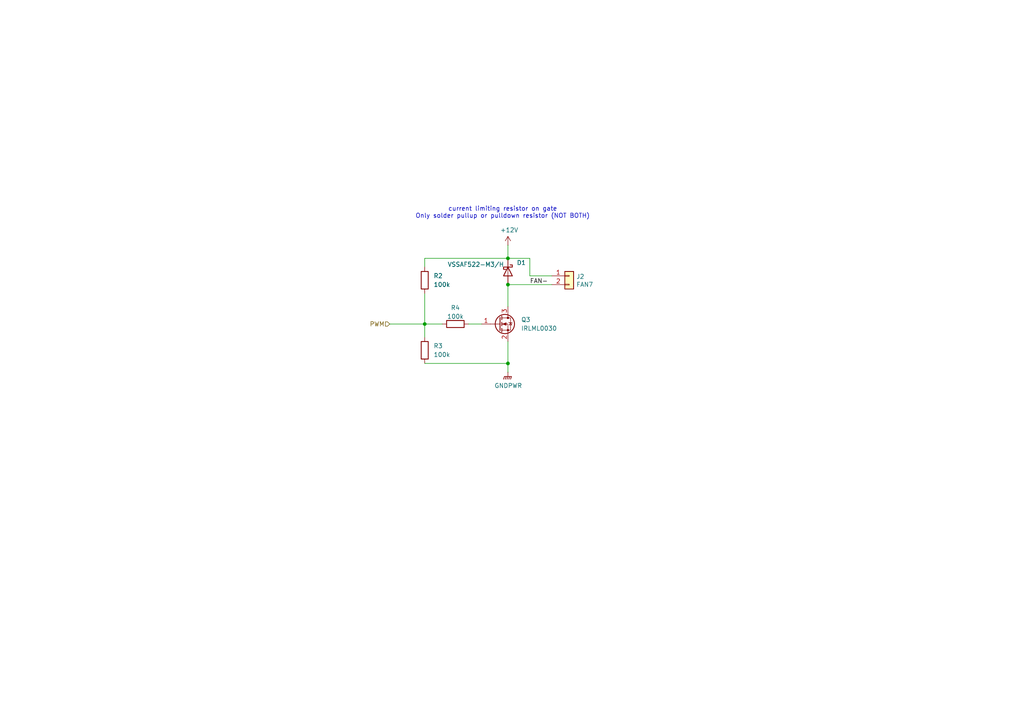
<source format=kicad_sch>
(kicad_sch (version 20231120) (generator "eeschema") (generator_version "8.0")
  (paper "A4")
  (lib_symbols
    (symbol "Connector_Generic:Conn_01x02" (pin_names (offset 1.016) hide)
      (property "Reference" "J" (at 0 2.54 0))
      (property "Value" "Conn_01x02" (at 0 -5.08 0))
      (symbol "Conn_01x02_1_1"
        (rectangle (start -1.27 -2.413) (end 0 -2.667) (stroke (width 0.1524)))
        (rectangle (start -1.27 0.127) (end 0 -0.127) (stroke (width 0.1524)))
        (rectangle (start -1.27 1.27) (end 1.27 -3.81) (stroke (width 0.254)) (fill (type background)))
        (pin passive line (at -5.08 0 0) (length 3.81) (name "Pin_1") (number "1"))
        (pin passive line (at -5.08 -2.54 0) (length 3.81) (name "Pin_2") (number "2"))
      )
    )
    (symbol "Device:R" (pin_numbers hide) (pin_names (offset 0))
      (property "Reference" "R" (at 2.032 0 90))
      (property "Value" "R" (at 0 0 90))
      (symbol "R_0_1"
        (rectangle (start -1.016 -2.54) (end 1.016 2.54) (stroke (width 0.254)))
      )
      (symbol "R_1_1"
        (pin passive line (at 0 3.81 270) (length 1.27) (name "~") (number "1"))
        (pin passive line (at 0 -3.81 90) (length 1.27) (name "~") (number "2"))
      )
    )
    (symbol "Diode:C3D25170H" (pin_numbers hide) (pin_names (offset 1.016) hide)
      (property "Reference" "D" (at 0 2.54 0))
      (property "Value" "C3D25170H" (at 0 -2.54 0))
      (symbol "C3D25170H_0_1"
        (polyline (pts (xy 1.27 0) (xy -1.27 0)))
        (polyline (pts (xy 1.27 1.27) (xy 1.27 -1.27) (xy -1.27 0) (xy 1.27 1.27)) (stroke (width 0.254)))
        (polyline (pts (xy -1.905 0.635) (xy -1.905 1.27) (xy -1.27 1.27) (xy -1.27 -1.27) (xy -0.635 -1.27) (xy -0.635 -0.635)) (stroke (width 0.254)))
      )
      (symbol "C3D25170H_1_1"
        (pin passive line (at -3.81 0 0) (length 2.54) (name "K") (number "1"))
        (pin passive line (at 3.81 0 180) (length 2.54) (name "A") (number "2"))
      )
    )
    (symbol "Transistor_FET:IRLML0030" (pin_names hide)
      (property "Reference" "Q" (at 5.08 1.905 0))
      (property "Value" "IRLML0030" (at 5.08 0 0))
      (symbol "IRLML0030_0_1"
        (polyline (pts (xy 0.254 0) (xy -2.54 0)))
        (polyline (pts (xy 0.254 1.905) (xy 0.254 -1.905)) (stroke (width 0.254)))
        (polyline (pts (xy 0.762 -1.27) (xy 0.762 -2.286)) (stroke (width 0.254)))
        (polyline (pts (xy 0.762 0.508) (xy 0.762 -0.508)) (stroke (width 0.254)))
        (polyline (pts (xy 0.762 2.286) (xy 0.762 1.27)) (stroke (width 0.254)))
        (polyline (pts (xy 2.54 2.54) (xy 2.54 1.778)))
        (polyline (pts (xy 2.54 -2.54) (xy 2.54 0) (xy 0.762 0)))
        (polyline (pts (xy 0.762 -1.778) (xy 3.302 -1.778) (xy 3.302 1.778) (xy 0.762 1.778)))
        (polyline (pts (xy 1.016 0) (xy 2.032 0.381) (xy 2.032 -0.381) (xy 1.016 0)) (fill (type outline)))
        (polyline (pts (xy 2.794 0.508) (xy 2.921 0.381) (xy 3.683 0.381) (xy 3.81 0.254)))
        (polyline (pts (xy 3.302 0.381) (xy 2.921 -0.254) (xy 3.683 -0.254) (xy 3.302 0.381)))
        (circle (center 1.651 0) (radius 2.794) (stroke (width 0.254)))
        (circle (center 2.54 -1.778) (radius 0.254) (fill (type outline)))
        (circle (center 2.54 1.778) (radius 0.254) (fill (type outline)))
      )
      (symbol "IRLML0030_1_1"
        (pin input line (at -5.08 0 0) (length 2.54) (name "G") (number "1"))
        (pin passive line (at 2.54 -5.08 90) (length 2.54) (name "S") (number "2"))
        (pin passive line (at 2.54 5.08 270) (length 2.54) (name "D") (number "3"))
      )
    )
    (symbol "power:+12V" (power) (pin_numbers hide) (pin_names (offset 0) hide)
      (property "Value" "+12V" (at 0 3.556 0))
      (symbol "+12V_0_1"
        (polyline (pts (xy -0.762 1.27) (xy 0 2.54)))
        (polyline (pts (xy 0 0) (xy 0 2.54)))
        (polyline (pts (xy 0 2.54) (xy 0.762 1.27)))
      )
      (symbol "+12V_1_1"
        (pin power_in line (at 0 0 90) (length 0) (name "~") (number "1"))
      )
    )
    (symbol "power:GNDPWR" (power) (pin_numbers hide) (pin_names (offset 0) hide)
      (property "Value" "GNDPWR" (at 0 -3.302 0))
      (symbol "GNDPWR_0_1"
        (polyline (pts (xy 0 -1.27) (xy 0 0)))
        (polyline (pts (xy -1.016 -1.27) (xy -1.27 -2.032) (xy -1.27 -2.032)) (stroke (width 0.2032)))
        (polyline (pts (xy -0.508 -1.27) (xy -0.762 -2.032) (xy -0.762 -2.032)) (stroke (width 0.2032)))
        (polyline (pts (xy 0 -1.27) (xy -0.254 -2.032) (xy -0.254 -2.032)) (stroke (width 0.2032)))
        (polyline (pts (xy 0.508 -1.27) (xy 0.254 -2.032) (xy 0.254 -2.032)) (stroke (width 0.2032)))
        (polyline (pts (xy 1.016 -1.27) (xy -1.016 -1.27) (xy -1.016 -1.27)) (stroke (width 0.2032)))
        (polyline (pts (xy 1.016 -1.27) (xy 0.762 -2.032) (xy 0.762 -2.032) (xy 0.762 -2.032)) (stroke (width 0.2032)))
      )
      (symbol "GNDPWR_1_1"
        (pin power_in line (at 0 0 270) (length 0) (name "~") (number "1"))
      )
    )
  )
  (junction (at 123.19 93.98))
  (junction (at 147.32 74.93))
  (junction (at 147.32 82.55))
  (junction (at 147.32 105.41))
  (wire (pts (xy 135.89 93.98) (xy 139.7 93.98)))
  (wire (pts (xy 147.32 82.55) (xy 160.02 82.55)))
  (wire (pts (xy 147.32 82.55) (xy 147.32 88.9)))
  (wire (pts (xy 123.19 105.41) (xy 147.32 105.41)))
  (wire (pts (xy 123.19 97.79) (xy 123.19 93.98)))
  (wire (pts (xy 153.67 74.93) (xy 147.32 74.93)))
  (wire (pts (xy 147.32 99.06) (xy 147.32 105.41)))
  (wire (pts (xy 153.67 80.01) (xy 153.67 74.93)))
  (wire (pts (xy 147.32 74.93) (xy 123.19 74.93)))
  (wire (pts (xy 147.32 71.12) (xy 147.32 74.93)))
  (wire (pts (xy 123.19 74.93) (xy 123.19 77.47)))
  (wire (pts (xy 113.03 93.98) (xy 123.19 93.98)))
  (wire (pts (xy 147.32 107.95) (xy 147.32 105.41)))
  (wire (pts (xy 123.19 85.09) (xy 123.19 93.98)))
  (wire (pts (xy 160.02 80.01) (xy 153.67 80.01)))
  (wire (pts (xy 123.19 93.98) (xy 128.27 93.98)))
  (text "current limiting resistor on gate\nOnly solder pullup or pulldown resistor (NOT BOTH)" (at 145.796 61.722 0) (effects (font (size 1.27 1.27))))
  (label "FAN-" (at 153.67 82.55 0))
  (hierarchical_label "PWM" (shape input) (at 113.03 93.98 180))
  (symbol (lib_id "Device:R") (at 132.08 93.98 90) (unit 1)
    (property "Reference" "R4" (at 132.08 89.2642 90))
    (property "Value" "100k" (at 132.08 91.8011 90))
    (property "Footprint" "Resistor_SMD:R_0805_2012Metric" (effects (hide yes)))
    (property "Description" "Resistor" (effects (hide yes)))
    (instances (project "BPS-Fan" (path "" (reference "R4") (unit 1)) (path "" (reference "R8") (unit 1)) (path "" (reference "R12") (unit 1)) (path "" (reference "R13") (unit 1))))
  )
  (symbol (lib_id "Device:R") (at 123.19 81.28 0) (unit 1)
    (property "Reference" "R2" (at 125.73 80.0099 0) (effects (justify left)))
    (property "Value" "100k" (at 125.73 82.5499 0) (effects (justify left)))
    (property "Footprint" "Resistor_SMD:R_0805_2012Metric" (effects (hide yes)))
    (property "Description" "Resistor" (effects (hide yes)))
    (instances (project "BPS-Fan" (path "" (reference "R2") (unit 1)) (path "" (reference "R7") (unit 1)) (path "" (reference "R5") (unit 1)) (path "" (reference "R10") (unit 1))))
  )
  (symbol (lib_id "Diode:C3D25170H") (at 147.32 78.74 270) (unit 1)
    (property "Reference" "D1" (at 149.86 76.2 90) (effects (justify left)))
    (property "Value" "VSSAF522-M3/H" (at 129.794 76.708 90) (effects (justify left)))
    (property "Footprint" "UTSVT_Passive:DO-221AC" (effects (hide yes)))
    (property "Datasheet" "https://www.mouser.com/ProductDetail/Vishay-General-Semiconductor/VSSAF522-M3-H?qs=UkDUCjYnTB00gpgD%2Fb%2Fw%252BA%3D%3D" (effects (hide yes)))
    (instances (project "BPS-Fan" (path "" (reference "D1") (unit 1)) (path "" (reference "D4") (unit 1)) (path "" (reference "D2") (unit 1)) (path "" (reference "D5") (unit 1))))
  )
  (symbol (lib_id "power:GNDPWR") (at 147.32 107.95 0) (unit 1)
    (property "Reference" "#PWR03" (effects (hide yes)))
    (property "Value" "GNDPWR" (at 147.4216 111.8616 0))
    (property "Description" "Power symbol creates a global label with name \"GNDPWR\" , global ground" (effects (hide yes)))
    (instances (project "BPS-Fan" (path "" (reference "#PWR03") (unit 1)) (path "" (reference "#PWR09") (unit 1)) (path "" (reference "#PWR07") (unit 1)) (path "" (reference "#PWR011") (unit 1))))
  )
  (symbol (lib_id "Connector_Generic:Conn_01x02") (at 165.1 80.01 0) (unit 1)
    (property "Reference" "J2" (at 167.132 80.2132 0) (effects (justify left)))
    (property "Value" "FAN7" (at 167.132 82.5246 0) (effects (justify left)))
    (property "Footprint" "UTSVT_Connectors:Molex_MicroFit3.0_1x2xP3.00mm_PolarizingPeg_Vertical" (effects (hide yes)))
    (property "Description" "Generic connector, single row, 01x02, script generated (kicad-library-utils/schlib/autogen/connector/)" (effects (hide yes)))
    (instances (project "BPS-Fan" (path "" (reference "J2") (unit 1)) (path "" (reference "J4") (unit 1)) (path "" (reference "J3") (unit 1)) (path "" (reference "J5") (unit 1))))
  )
  (symbol (lib_id "power:+12V") (at 147.32 71.12 0) (unit 1)
    (property "Reference" "#PWR01" (effects (hide yes)))
    (property "Value" "+12V" (at 147.701 66.7258 0))
    (property "Description" "Power symbol creates a global label with name \"+12V\"" (effects (hide yes)))
    (instances (project "BPS-Fan" (path "" (reference "#PWR01") (unit 1)) (path "" (reference "#PWR08") (unit 1)) (path "" (reference "#PWR04") (unit 1)) (path "" (reference "#PWR010") (unit 1))))
  )
  (symbol (lib_id "Transistor_FET:IRLML0030") (at 144.78 93.98 0) (unit 1)
    (property "Reference" "Q3" (at 151.13 92.7099 0) (effects (justify left)))
    (property "Value" "IRLML0030" (at 151.13 95.2499 0) (effects (justify left)))
    (property "Footprint" "Package_TO_SOT_SMD:SOT-23" (effects (hide yes)))
    (property "Datasheet" "https://www.infineon.com/dgdl/irlml0030pbf.pdf?fileId=5546d462533600a401535664773825df" (effects (hide yes)))
    (property "Description" "5.3A Id, 30V Vds, 27mOhm Rds, N-Channel HEXFET Power MOSFET, SOT-23" (effects (hide yes)))
    (instances (project "BPS-Fan" (path "" (reference "Q3") (unit 1)) (path "" (reference "Q7") (unit 1)) (path "" (reference "Q6") (unit 1)) (path "" (reference "Q8") (unit 1))))
  )
  (symbol (lib_id "Device:R") (at 123.19 101.6 180) (unit 1)
    (property "Reference" "R3" (at 125.73 100.3299 0) (effects (justify right)))
    (property "Value" "100k" (at 125.73 102.8699 0) (effects (justify right)))
    (property "Footprint" "Resistor_SMD:R_0805_2012Metric" (effects (hide yes)))
    (property "Description" "Resistor" (effects (hide yes)))
    (instances (project "BPS-Fan" (path "" (reference "R3") (unit 1)) (path "" (reference "R9") (unit 1)) (path "" (reference "R6") (unit 1)) (path "" (reference "R11") (unit 1))))
  )
)
</source>
